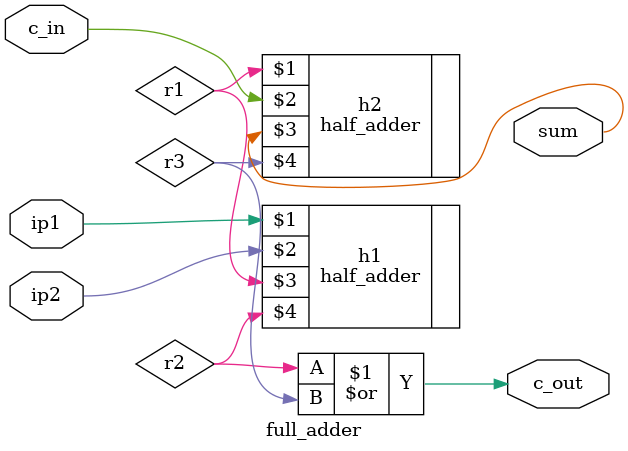
<source format=v>

module full_adder(ip1,ip2,c_in,sum,c_out);

	input ip1,ip2,c_in;
	output sum,c_out;
	wire r1,r2,r3;

	// r2 = carry of h1, r1 = sum of h1
	// r3 = carry of h2
	half_adder h1(ip1,ip2,r1,r2);
	half_adder h2(r1,c_in,sum,r3);

	or(c_out,r2,r3);

endmodule

</source>
